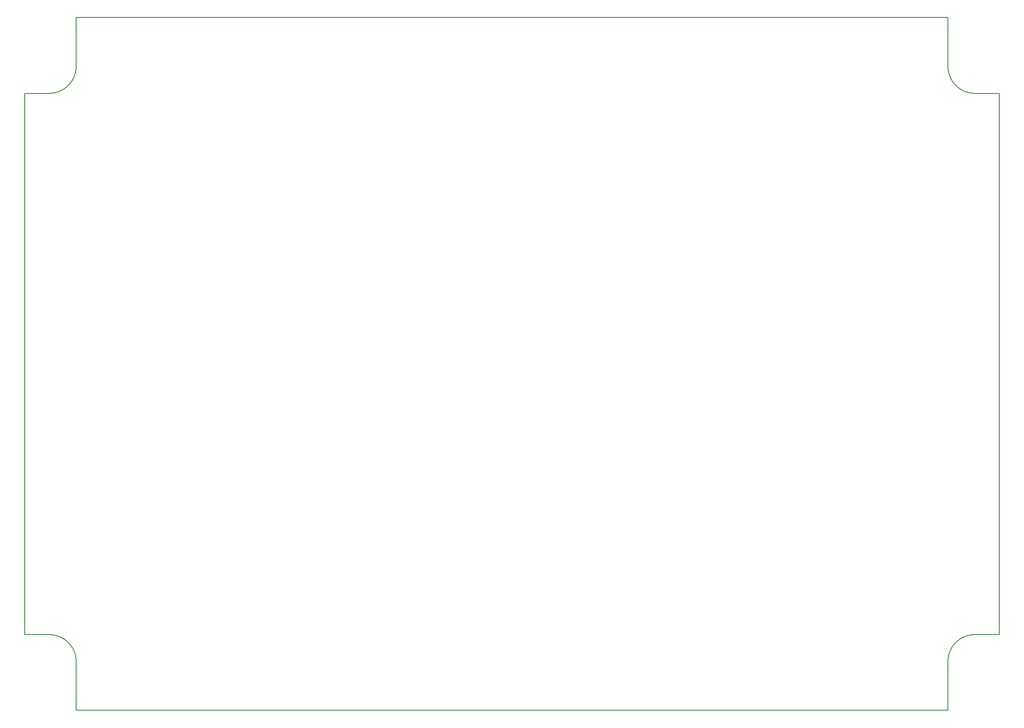
<source format=gbr>
G04 #@! TF.FileFunction,Profile,NP*
%FSLAX46Y46*%
G04 Gerber Fmt 4.6, Leading zero omitted, Abs format (unit mm)*
G04 Created by KiCad (PCBNEW 4.0.6) date Fri Jun  2 22:43:18 2017*
%MOMM*%
%LPD*%
G01*
G04 APERTURE LIST*
%ADD10C,0.100000*%
%ADD11C,0.150000*%
G04 APERTURE END LIST*
D10*
D11*
X234500000Y-42000000D02*
X230000000Y-42000000D01*
X234500000Y-142000000D02*
X234500000Y-42000000D01*
X230000000Y-142000000D02*
X234500000Y-142000000D01*
X230000000Y-142000000D02*
G75*
G03X225000000Y-147000000I0J-5000000D01*
G01*
X225000000Y-37000000D02*
G75*
G03X230000000Y-42000000I5000000J0D01*
G01*
X225000000Y-156000000D02*
X225000000Y-147000000D01*
X225000000Y-28000000D02*
X225000000Y-37000000D01*
X64000000Y-156000000D02*
X225000000Y-156000000D01*
X64000000Y-147000000D02*
X64000000Y-156000000D01*
X54500000Y-142000000D02*
X59000000Y-142000000D01*
X54500000Y-42000000D02*
X54500000Y-142000000D01*
X59000000Y-42000000D02*
X54500000Y-42000000D01*
X64000000Y-28000000D02*
X64000000Y-37000000D01*
X59000000Y-142000000D02*
G75*
G02X64000000Y-147000000I0J-5000000D01*
G01*
X59000000Y-42000000D02*
G75*
G03X64000000Y-37000000I0J5000000D01*
G01*
X64000000Y-28000000D02*
X225000000Y-28000000D01*
M02*

</source>
